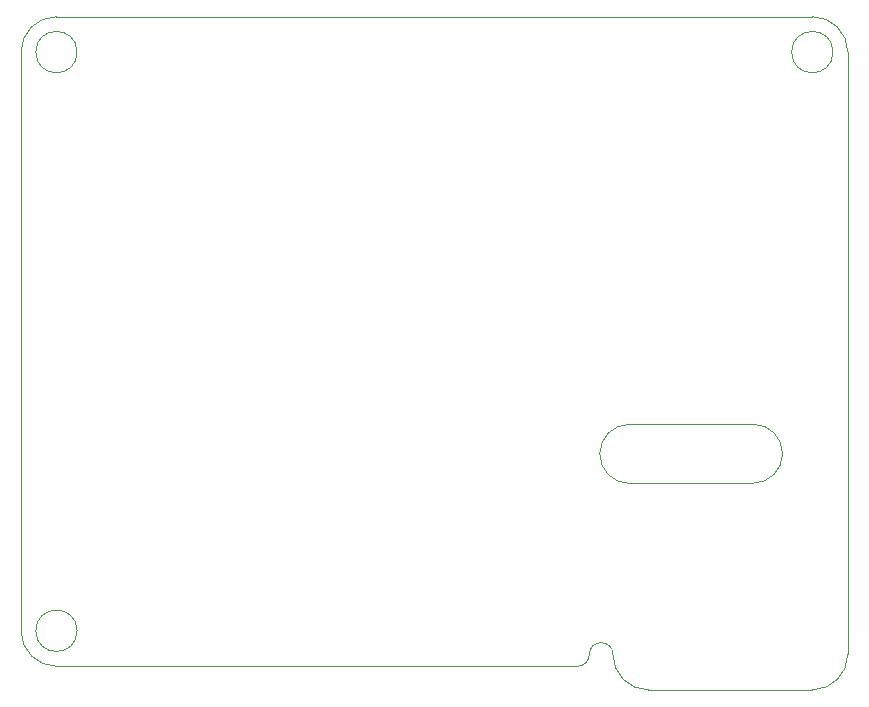
<source format=gbr>
%TF.GenerationSoftware,KiCad,Pcbnew,9.0.2*%
%TF.CreationDate,2025-12-06T18:07:06+09:00*%
%TF.ProjectId,ECG,4543472e-6b69-4636-9164-5f7063625858,rev?*%
%TF.SameCoordinates,Original*%
%TF.FileFunction,Profile,NP*%
%FSLAX46Y46*%
G04 Gerber Fmt 4.6, Leading zero omitted, Abs format (unit mm)*
G04 Created by KiCad (PCBNEW 9.0.2) date 2025-12-06 18:07:06*
%MOMM*%
%LPD*%
G01*
G04 APERTURE LIST*
%TA.AperFunction,Profile*%
%ADD10C,0.050000*%
%TD*%
G04 APERTURE END LIST*
D10*
X197000000Y-65500000D02*
G75*
G02*
X200000000Y-68500000I0J-3000000D01*
G01*
X200000000Y-119500000D02*
G75*
G02*
X197000000Y-122500000I-3000000J0D01*
G01*
X181500000Y-100017767D02*
X191982233Y-100000000D01*
X178121320Y-119500000D02*
G75*
G02*
X177121320Y-120500020I-1000020J0D01*
G01*
X191982233Y-100000000D02*
G75*
G02*
X194482200Y-102500000I-33J-2500000D01*
G01*
X200000000Y-68500000D02*
X200000000Y-119500000D01*
X191982233Y-105000000D02*
X181500000Y-105017767D01*
X181500000Y-105017767D02*
G75*
G02*
X179000033Y-102517767I0J2499967D01*
G01*
X197000000Y-122500000D02*
X183121320Y-122500000D01*
X183121320Y-122500000D02*
G75*
G02*
X180121300Y-119500000I-20J3000000D01*
G01*
X178121320Y-119500000D02*
G75*
G02*
X180121320Y-119500000I1000000J0D01*
G01*
X134750000Y-117500000D02*
G75*
G02*
X131250000Y-117500000I-1750000J0D01*
G01*
X131250000Y-117500000D02*
G75*
G02*
X134750000Y-117500000I1750000J0D01*
G01*
X130000000Y-117500000D02*
X130000000Y-68500000D01*
X133000000Y-65500000D02*
X197000000Y-65500000D01*
X133000000Y-120500000D02*
G75*
G02*
X130000000Y-117500000I0J3000000D01*
G01*
X177127624Y-120500000D02*
X133000000Y-120500000D01*
X134750000Y-68500000D02*
G75*
G02*
X131250000Y-68500000I-1750000J0D01*
G01*
X131250000Y-68500000D02*
G75*
G02*
X134750000Y-68500000I1750000J0D01*
G01*
X130000000Y-68500000D02*
G75*
G02*
X133000000Y-65500000I3000000J0D01*
G01*
X194482233Y-102500000D02*
G75*
G02*
X191982233Y-105000033I-2500033J0D01*
G01*
X179000000Y-102517767D02*
G75*
G02*
X181500000Y-100017800I2500000J-33D01*
G01*
X198750000Y-68500000D02*
G75*
G02*
X195250000Y-68500000I-1750000J0D01*
G01*
X195250000Y-68500000D02*
G75*
G02*
X198750000Y-68500000I1750000J0D01*
G01*
M02*

</source>
